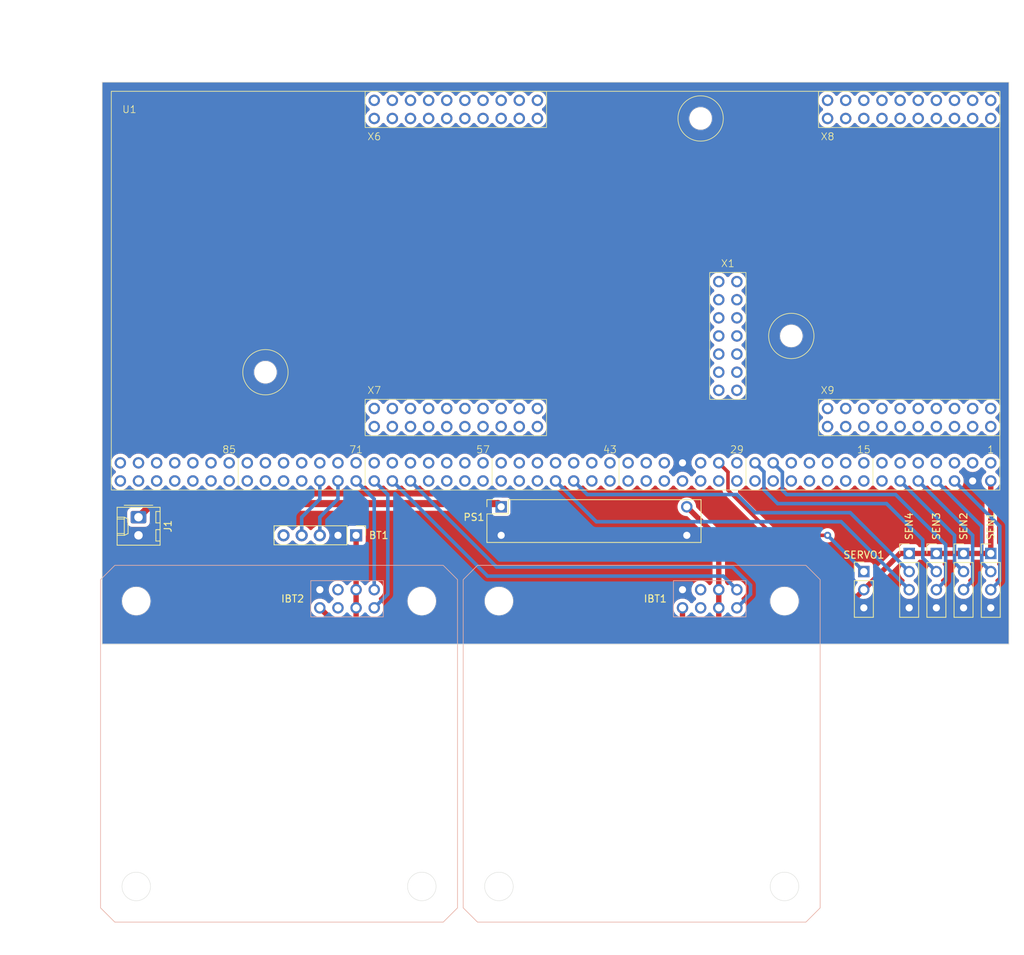
<source format=kicad_pcb>
(kicad_pcb (version 20240108) (generator "pcbnew") (generator_version "8.0")
  (layers (0 "F.Cu" signal) (31 "B.Cu" signal) (34 "B.Paste" user) (35 "F.Paste" user) (36 "B.SilkS" user "B.Silkscreen") (37 "F.SilkS" user "F.Silkscreen") (38 "B.Mask" user) (39 "F.Mask" user) (44 "Edge.Cuts" user))
  (net 0 "")
  (net 1 "GND")
  (net 2 "/TRIG1")
  (net 3 "/ECHO1")
  (net 4 "/TRIG2")
  (net 5 "/ECHO2")
  (net 6 "/TRIG3")
  (net 7 "/ECHO3")
  (net 8 "/TRIG4")
  (net 9 "/ECHO4")
  (net 10 "+12V")
  (net 11 "+5V")
  (net 12 "/TX0")
  (net 13 "+3.3V")
  (net 14 "/RX0")
  (net 19 "/LPWM1")
  (net 20 "/RPWM1")
  (net 21 "/LPWM2")
  (net 22 "/RPWM2")
  (net 23 "/SERVO1")
  (footprint "Connector_PinHeader_2.54mm:PinHeader_2x02_P2.54mm_Vertical" (layer "F.Cu") (at 55.88 59.5)
    (property "Reference" "PS1" (at -3.81 1.46 0) (layer "F.SilkS"))
    (property "Value" "REGULADOR")
    (fp_line (start -2 -1) (end -1 -1) (stroke (width 0.12)) (layer "F.SilkS"))
    (fp_line (start -2 0) (end -2 -1) (stroke (width 0.12)) (layer "F.SilkS"))
    (fp_line (start -2 1) (end -2 5) (stroke (width 0.12)) (layer "F.SilkS"))
    (fp_line (start -2 1) (end 1 1) (stroke (width 0.12)) (layer "F.SilkS"))
    (fp_line (start -2 5) (end 28 5) (stroke (width 0.12)) (layer "F.SilkS"))
    (fp_line (start 1 -1) (end 28 -1) (stroke (width 0.12)) (layer "F.SilkS"))
    (fp_line (start 1 1) (end 1 -1) (stroke (width 0.12)) (layer "F.SilkS"))
    (fp_line (start 28 -1) (end 28 5) (stroke (width 0.12)) (layer "F.SilkS"))
    (pad "1" thru_hole rect (at 0 0) (size 1.6 1.6) (drill 1) (layers "*.Cu" "*.Mask") (net 10 "+12V"))
    (pad "2" thru_hole oval (at 0 4) (size 1.6 1.6) (drill 1) (layers "*.Cu" "*.Mask") (net 1 "GND"))
    (pad "3" thru_hole oval (at 26 0) (size 1.6 1.6) (drill 1) (layers "*.Cu" "*.Mask") (net 11 "+5V"))
    (pad "4" thru_hole oval (at 26 4) (size 1.6 1.6) (drill 1) (layers "*.Cu" "*.Mask") (net 1 "GND"))
  )
  (footprint "Connector_Molex:Molex_KK-254_AE-6410-02A_1x02_P2.54mm_Vertical" (layer "F.Cu") (at 5.08 60.96 -90)
    (property "Reference" "J1" (at 1.27 -4.12 90) (layer "F.SilkS"))
    (property "Value" "12V")
    (fp_line (start -1.38 2.99) (end 3.92 2.99) (stroke (width 0.12)) (layer "F.SilkS"))
    (fp_line (start 0 2.99) (end 0 1.99) (stroke (width 0.12)) (layer "F.SilkS"))
    (fp_line (start 0.25 2.99) (end 0.25 1.99) (stroke (width 0.12)) (layer "F.SilkS"))
    (fp_line (start 2.29 2.99) (end 2.29 1.99) (stroke (width 0.12)) (layer "F.SilkS"))
    (fp_line (start 3.92 2.99) (end 3.92 -3.03) (stroke (width 0.12)) (layer "F.SilkS"))
    (fp_line (start 0 1.99) (end 2.54 1.99) (stroke (width 0.12)) (layer "F.SilkS"))
    (fp_line (start 0 1.99) (end 0.25 1.46) (stroke (width 0.12)) (layer "F.SilkS"))
    (fp_line (start 2.54 1.99) (end 2.54 2.99) (stroke (width 0.12)) (layer "F.SilkS"))
    (fp_line (start 0.25 1.46) (end 2.29 1.46) (stroke (width 0.12)) (layer "F.SilkS"))
    (fp_line (start 2.29 1.46) (end 2.54 1.99) (stroke (width 0.12)) (layer "F.SilkS"))
    (fp_line (start -1.67 -2) (end -1.67 2) (stroke (width 0.12)) (layer "F.SilkS"))
    (fp_line (start -0.8 -2.43) (end 0.8 -2.43) (stroke (width 0.12)) (layer "F.SilkS"))
    (fp_line (start 0.8 -2.43) (end 0.8 -3.03) (stroke (width 0.12)) (layer "F.SilkS"))
    (fp_line (start 1.74 -2.43) (end 3.34 -2.43) (stroke (width 0.12)) (layer "F.SilkS"))
    (fp_line (start 3.34 -2.43) (end 3.34 -3.03) (stroke (width 0.12)) (layer "F.SilkS"))
    (fp_line (start -1.38 -3.03) (end -1.38 2.99) (stroke (width 0.12)) (layer "F.SilkS"))
    (fp_line (start -0.8 -3.03) (end -0.8 -2.43) (stroke (width 0.12)) (layer "F.SilkS"))
    (fp_line (start 1.74 -3.03) (end 1.74 -2.43) (stroke (width 0.12)) (layer "F.SilkS"))
    (fp_line (start 3.92 -3.03) (end -1.38 -3.03) (stroke (width 0.12)) (layer "F.SilkS"))
    (pad "1" thru_hole roundrect (at 0 0 270) (size 1.74 2.19) (drill 1.19) (layers "*.Cu" "*.Mask") (roundrect_rratio 0.143678) (net 10 "+12V"))
    (pad "2" thru_hole oval (at 2.54 0 270) (size 1.74 2.19) (drill 1.19) (layers "*.Cu" "*.Mask") (net 1 "GND"))
  )
  (footprint "Connector_PinHeader_2.54mm:PinHeader_1x03_P2.54mm_Vertical" (layer "F.Cu") (at 106.68 68.58)
    (property "Reference" "SERVO1" (at 0 -2.33 0) (layer "F.SilkS"))
    (property "Value" "Conn_01x03")
    (fp_line (start -1.33 -1.33) (end 0 -1.33) (stroke (width 0.12)) (layer "F.SilkS"))
    (fp_line (start -1.33 0) (end -1.33 -1.33) (stroke (width 0.12)) (layer "F.SilkS"))
    (fp_line (start -1.33 1.27) (end -1.33 6.41) (stroke (width 0.12)) (layer "F.SilkS"))
    (fp_line (start -1.33 1.27) (end 1.33 1.27) (stroke (width 0.12)) (layer "F.SilkS"))
    (fp_line (start -1.33 6.41) (end 1.33 6.41) (stroke (width 0.12)) (layer "F.SilkS"))
    (fp_line (start 1.33 1.27) (end 1.33 6.41) (stroke (width 0.12)) (layer "F.SilkS"))
    (pad "1" thru_hole rect (at 0 0) (size 1.6 1.6) (drill 1) (layers "*.Cu" "*.Mask") (net 23 "/SERVO1"))
    (pad "2" thru_hole oval (at 0 2.54) (size 1.6 1.6) (drill 1) (layers "*.Cu" "*.Mask") (net 11 "+5V"))
    (pad "3" thru_hole oval (at 0 5.08) (size 1.6 1.6) (drill 1) (layers "*.Cu" "*.Mask") (net 1 "GND"))
  )
  (footprint "LaunchPad:EK-TM4C1294XL-01" (layer "F.Cu") (at 1.27 57.15)
    (property "Reference" "U1" (at 2.54 -53.34 0) (layer "F.SilkS") (effects (font (thickness 0.1))))
    (property "Value" "EK-TM4C1294XL")
    (fp_line (start 17.78 -0.635) (end 17.78 -4.445) (stroke (width 0.1)) (layer "F.SilkS"))
    (fp_line (start 35.56 -0.635) (end 35.56 -4.445) (stroke (width 0.1)) (layer "F.SilkS"))
    (fp_line (start 53.34 -0.635) (end 53.34 -4.445) (stroke (width 0.1)) (layer "F.SilkS"))
    (fp_line (start 71.12 -0.635) (end 71.12 -4.445) (stroke (width 0.1)) (layer "F.SilkS"))
    (fp_line (start 88.9 -0.635) (end 88.9 -4.445) (stroke (width 0.1)) (layer "F.SilkS"))
    (fp_line (start 106.68 -0.635) (end 106.68 -4.445) (stroke (width 0.1)) (layer "F.SilkS"))
    (fp_rect (start 0 -55.88) (end 124.46 0) (stroke (width 0.1)) (fill none) (layer "F.SilkS"))
    (fp_rect (start 35.56 -55.88) (end 60.96 -50.8) (stroke (width 0.1)) (fill none) (layer "F.SilkS"))
    (fp_rect (start 35.56 -12.7) (end 60.96 -7.62) (stroke (width 0.1)) (fill none) (layer "F.SilkS"))
    (fp_rect (start 83.82 -30.48) (end 88.9 -12.7) (stroke (width 0.1)) (fill none) (layer "F.SilkS"))
    (fp_rect (start 99.06 -55.88) (end 124.46 -50.8) (stroke (width 0.1)) (fill none) (layer "F.SilkS"))
    (fp_rect (start 99.06 -12.7) (end 124.46 -7.62) (stroke (width 0.1)) (fill none) (layer "F.SilkS"))
    (fp_circle (center 21.59 -16.51) (end 24.765 -16.51) (stroke (width 0.1)) (fill none) (layer "F.SilkS"))
    (fp_circle (center 82.55 -52.07) (end 85.725 -52.07) (stroke (width 0.1)) (fill none) (layer "F.SilkS"))
    (fp_circle (center 95.25 -21.59) (end 98.425 -21.59) (stroke (width 0.1)) (fill none) (layer "F.SilkS"))
    (fp_circle (center 21.59 -16.51) (end 23.1775 -16.51) (stroke (width 0.05)) (fill none) (layer "Edge.Cuts"))
    (fp_circle (center 82.55 -52.07) (end 84.1375 -52.07) (stroke (width 0.05)) (fill none) (layer "Edge.Cuts"))
    (fp_circle (center 95.25 -21.59) (end 96.8375 -21.59) (stroke (width 0.05)) (fill none) (layer "Edge.Cuts"))
    (fp_text user "57" (at 52.07 -5.08 0) (layer "F.SilkS") (effects (font (thickness 0.1)) (justify bottom)))
    (fp_text user "X1" (at 86.36 -31.75 0) (layer "F.SilkS") (effects (font (thickness 0.1))))
    (fp_text user "1" (at 123.19 -5.08 0) (layer "F.SilkS") (effects (font (thickness 0.1)) (justify bottom)))
    (fp_text user "X7" (at 36.83 -13.97 0) (layer "F.SilkS") (effects (font (thickness 0.1))))
    (fp_text user "71" (at 34.29 -5.08 0) (layer "F.SilkS") (effects (font (thickness 0.1)) (justify bottom)))
    (fp_text user "X9" (at 100.33 -13.97 0) (layer "F.SilkS") (effects (font (thickness 0.1))))
    (fp_text user "X8" (at 100.33 -49.53 0) (layer "F.SilkS") (effects (font (thickness 0.1))))
    (fp_text user "X6" (at 36.83 -49.53 0) (layer "F.SilkS") (effects (font (thickness 0.1))))
    (fp_text user "15" (at 105.41 -5.08 0) (layer "F.SilkS") (effects (font (thickness 0.1)) (justify bottom)))
    (fp_text user "29" (at 87.63 -5.08 0) (layer "F.SilkS") (effects (font (thickness 0.1)) (justify bottom)))
    (fp_text user "43" (at 69.85 -5.08 0) (layer "F.SilkS") (effects (font (thickness 0.1)) (justify bottom)))
    (fp_text user "85" (at 16.51 -5.08 0) (layer "F.SilkS") (effects (font (thickness 0.1)) (justify bottom)))
    (pad "" thru_hole circle (at 36.83 -54.61) (size 1.6 1.6) (drill 1) (layers "*.Cu" "*.Mask"))
    (pad "" thru_hole circle (at 36.83 -52.07) (size 1.6 1.6) (drill 1) (layers "*.Cu" "*.Mask"))
    (pad "" thru_hole circle (at 36.83 -11.43) (size 1.6 1.6) (drill 1) (layers "*.Cu" "*.Mask"))
    (pad "" thru_hole circle (at 36.83 -8.89) (size 1.6 1.6) (drill 1) (layers "*.Cu" "*.Mask"))
    (pad "" thru_hole circle (at 39.37 -54.61) (size 1.6 1.6) (drill 1) (layers "*.Cu" "*.Mask"))
    (pad "" thru_hole circle (at 39.37 -52.07) (size 1.6 1.6) (drill 1) (layers "*.Cu" "*.Mask"))
    (pad "" thru_hole circle (at 39.37 -11.43) (size 1.6 1.6) (drill 1) (layers "*.Cu" "*.Mask"))
    (pad "" thru_hole circle (at 39.37 -8.89) (size 1.6 1.6) (drill 1) (layers "*.Cu" "*.Mask"))
    (pad "" thru_hole circle (at 41.91 -54.61) (size 1.6 1.6) (drill 1) (layers "*.Cu" "*.Mask"))
    (pad "" thru_hole circle (at 41.91 -52.07) (size 1.6 1.6) (drill 1) (layers "*.Cu" "*.Mask"))
    (pad "" thru_hole circle (at 41.91 -11.43) (size 1.6 1.6) (drill 1) (layers "*.Cu" "*.Mask"))
    (pad "" thru_hole circle (at 41.91 -8.89) (size 1.6 1.6) (drill 1) (layers "*.Cu" "*.Mask"))
    (pad "" thru_hole circle (at 44.45 -54.61) (size 1.6 1.6) (drill 1) (layers "*.Cu" "*.Mask"))
    (pad "" thru_hole circle (at 44.45 -52.07) (size 1.6 1.6) (drill 1) (layers "*.Cu" "*.Mask"))
    (pad "" thru_hole circle (at 44.45 -11.43) (size 1.6 1.6) (drill 1) (layers "*.Cu" "*.Mask"))
    (pad "" thru_hole circle (at 44.45 -8.89) (size 1.6 1.6) (drill 1) (layers "*.Cu" "*.Mask"))
    (pad "" thru_hole circle (at 46.99 -54.61) (size 1.6 1.6) (drill 1) (layers "*.Cu" "*.Mask"))
    (pad "" thru_hole circle (at 46.99 -52.07) (size 1.6 1.6) (drill 1) (layers "*.Cu" "*.Mask"))
    (pad "" thru_hole circle (at 46.99 -11.43) (size 1.6 1.6) (drill 1) (layers "*.Cu" "*.Mask"))
    (pad "" thru_hole circle (at 46.99 -8.89) (size 1.6 1.6) (drill 1) (layers "*.Cu" "*.Mask"))
    (pad "" thru_hole circle (at 49.53 -54.61) (size 1.6 1.6) (drill 1) (layers "*.Cu" "*.Mask"))
    (pad "" thru_hole circle (at 49.53 -52.07) (size 1.6 1.6) (drill 1) (layers "*.Cu" "*.Mask"))
    (pad "" thru_hole circle (at 49.53 -11.43) (size 1.6 1.6) (drill 1) (layers "*.Cu" "*.Mask"))
    (pad "" thru_hole circle (at 49.53 -8.89) (size 1.6 1.6) (drill 1) (layers "*.Cu" "*.Mask"))
    (pad "" thru_hole circle (at 52.07 -54.61) (size 1.6 1.6) (drill 1) (layers "*.Cu" "*.Mask"))
    (pad "" thru_hole circle (at 52.07 -52.07) (size 1.6 1.6) (drill 1) (layers "*.Cu" "*.Mask"))
    (pad "" thru_hole circle (at 52.07 -11.43) (size 1.6 1.6) (drill 1) (layers "*.Cu" "*.Mask"))
    (pad "" thru_hole circle (at 52.07 -8.89) (size 1.6 1.6) (drill 1) (layers "*.Cu" "*.Mask"))
    (pad "" thru_hole circle (at 54.61 -54.61) (size 1.6 1.6) (drill 1) (layers "*.Cu" "*.Mask"))
    (pad "" thru_hole circle (at 54.61 -52.07) (size 1.6 1.6) (drill 1) (layers "*.Cu" "*.Mask"))
    (pad "" thru_hole circle (at 54.61 -11.43) (size 1.6 1.6) (drill 1) (layers "*.Cu" "*.Mask"))
    (pad "" thru_hole circle (at 54.61 -8.89) (size 1.6 1.6) (drill 1) (layers "*.Cu" "*.Mask"))
    (pad "" thru_hole circle (at 57.15 -54.61) (size 1.6 1.6) (drill 1) (layers "*.Cu" "*.Mask"))
    (pad "" thru_hole circle (at 57.15 -52.07) (size 1.6 1.6) (drill 1) (layers "*.Cu" "*.Mask"))
    (pad "" thru_hole circle (at 57.15 -11.43) (size 1.6 1.6) (drill 1) (layers "*.Cu" "*.Mask"))
    (pad "" thru_hole circle (at 57.15 -8.89) (size 1.6 1.6) (drill 1) (layers "*.Cu" "*.Mask"))
    (pad "" thru_hole circle (at 59.69 -54.61) (size 1.6 1.6) (drill 1) (layers "*.Cu" "*.Mask"))
    (pad "" thru_hole circle (at 59.69 -52.07) (size 1.6 1.6) (drill 1) (layers "*.Cu" "*.Mask"))
    (pad "" thru_hole circle (at 59.69 -11.43) (size 1.6 1.6) (drill 1) (layers "*.Cu" "*.Mask"))
    (pad "" thru_hole circle (at 59.69 -8.89) (size 1.6 1.6) (drill 1) (layers "*.Cu" "*.Mask"))
    (pad "" thru_hole circle (at 85.09 -29.21) (size 1.6 1.6) (drill 1) (layers "*.Cu" "*.Mask"))
    (pad "" thru_hole circle (at 85.09 -26.67) (size 1.6 1.6) (drill 1) (layers "*.Cu" "*.Mask"))
    (pad "" thru_hole circle (at 85.09 -24.13) (size 1.6 1.6) (drill 1) (layers "*.Cu" "*.Mask"))
    (pad "" thru_hole circle (at 85.09 -21.59) (size 1.6 1.6) (drill 1) (layers "*.Cu" "*.Mask"))
    (pad "" thru_hole circle (at 85.09 -19.05) (size 1.6 1.6) (drill 1) (layers "*.Cu" "*.Mask"))
    (pad "" thru_hole circle (at 85.09 -16.51) (size 1.6 1.6) (drill 1) (layers "*.Cu" "*.Mask"))
    (pad "" thru_hole circle (at 85.09 -13.97) (size 1.6 1.6) (drill 1) (layers "*.Cu" "*.Mask"))
    (pad "" thru_hole circle (at 87.63 -29.21) (size 1.6 1.6) (drill 1) (layers "*.Cu" "*.Mask"))
    (pad "" thru_hole circle (at 87.63 -26.67) (size 1.6 1.6) (drill 1) (layers "*.Cu" "*.Mask"))
    (pad "" thru_hole circle (at 87.63 -24.13) (size 1.6 1.6) (drill 1) (layers "*.Cu" "*.Mask"))
    (pad "" thru_hole circle (at 87.63 -21.59) (size 1.6 1.6) (drill 1) (layers "*.Cu" "*.Mask"))
    (pad "" thru_hole circle (at 87.63 -19.05) (size 1.6 1.6) (drill 1) (layers "*.Cu" "*.Mask"))
    (pad "" thru_hole circle (at 87.63 -16.51) (size 1.6 1.6) (drill 1) (layers "*.Cu" "*.Mask"))
    (pad "" thru_hole circle (at 87.63 -13.97) (size 1.6 1.6) (drill 1) (layers "*.Cu" "*.Mask"))
    (pad "" thru_hole circle (at 100.33 -54.61) (size 1.6 1.6) (drill 1) (layers "*.Cu" "*.Mask"))
    (pad "" thru_hole circle (at 100.33 -52.07) (size 1.6 1.6) (drill 1) (layers "*.Cu" "*.Mask"))
    (pad "" thru_hole circle (at 100.33 -11.43) (size 1.6 1.6) (drill 1) (layers "*.Cu" "*.Mask"))
    (pad "" thru_hole circle (at 100.33 -8.89) (size 1.6 1.6) (drill 1) (layers "*.Cu" "*.Mask"))
    (pad "" thru_hole circle (at 102.87 -54.61) (size 1.6 1.6) (drill 1) (layers "*.Cu" "*.Mask"))
    (pad "" thru_hole circle (at 102.87 -52.07) (size 1.6 1.6) (drill 1) (layers "*.Cu" "*.Mask"))
    (pad "" thru_hole circle (at 102.87 -11.43) (size 1.6 1.6) (drill 1) (layers "*.Cu" "*.Mask"))
    (pad "" thru_hole circle (at 102.87 -8.89) (size 1.6 1.6) (drill 1) (layers "*.Cu" "*.Mask"))
    (pad "" thru_hole circle (at 105.41 -54.61) (size 1.6 1.6) (drill 1) (layers "*.Cu" "*.Mask"))
    (pad "" thru_hole circle (at 105.41 -52.07) (size 1.6 1.6) (drill 1) (layers "*.Cu" "*.Mask"))
    (pad "" thru_hole circle (at 105.41 -11.43) (size 1.6 1.6) (drill 1) (layers "*.Cu" "*.Mask"))
    (pad "" thru_hole circle (at 105.41 -8.89) (size 1.6 1.6) (drill 1) (layers "*.Cu" "*.Mask"))
    (pad "" thru_hole circle (at 107.95 -54.61) (size 1.6 1.6) (drill 1) (layers "*.Cu" "*.Mask"))
    (pad "" thru_hole circle (at 107.95 -52.07) (size 1.6 1.6) (drill 1) (layers "*.Cu" "*.Mask"))
    (pad "" thru_hole circle (at 107.95 -11.43) (size 1.6 1.6) (drill 1) (layers "*.Cu" "*.Mask"))
    (pad "" thru_hole circle (at 107.95 -8.89) (size 1.6 1.6) (drill 1) (layers "*.Cu" "*.Mask"))
    (pad "" thru_hole circle (at 110.49 -54.61) (size 1.6 1.6) (drill 1) (layers "*.Cu" "*.Mask"))
    (pad "" thru_hole circle (at 110.49 -52.07) (size 1.6 1.6) (drill 1) (layers "*.Cu" "*.Mask"))
    (pad "" thru_hole circle (at 110.49 -11.43) (size 1.6 1.6) (drill 1) (layers "*.Cu" "*.Mask"))
    (pad "" thru_hole circle (at 110.49 -8.89) (size 1.6 1.6) (drill 1) (layers "*.Cu" "*.Mask"))
    (pad "" thru_hole circle (at 113.03 -54.61) (size 1.6 1.6) (drill 1) (layers "*.Cu" "*.Mask"))
    (pad "" thru_hole circle (at 113.03 -52.07) (size 1.6 1.6) (drill 1) (layers "*.Cu" "*.Mask"))
    (pad "" thru_hole circle (at 113.03 -11.43) (size 1.6 1.6) (drill 1) (layers "*.Cu" "*.Mask"))
    (pad "" thru_hole circle (at 113.03 -8.89) (size 1.6 1.6) (drill 1) (layers "*.Cu" "*.Mask"))
    (pad "" thru_hole circle (at 115.57 -54.61) (size 1.6 1.6) (drill 1) (layers "*.Cu" "*.Mask"))
    (pad "" thru_hole circle (at 115.57 -52.07) (size 1.6 1.6) (drill 1) (layers "*.Cu" "*.Mask"))
    (pad "" thru_hole circle (at 115.57 -11.43) (size 1.6 1.6) (drill 1) (layers "*.Cu" "*.Mask"))
    (pad "" thru_hole circle (at 115.57 -8.89) (size 1.6 1.6) (drill 1) (layers "*.Cu" "*.Mask"))
    (pad "" thru_hole circle (at 118.11 -54.61) (size 1.6 1.6) (drill 1) (layers "*.Cu" "*.Mask"))
    (pad "" thru_hole circle (at 118.11 -52.07) (size 1.6 1.6) (drill 1) (layers "*.Cu" "*.Mask"))
    (pad "" thru_hole circle (at 118.11 -11.43) (size 1.6 1.6) (drill 1) (layers "*.Cu" "*.Mask"))
    (pad "" thru_hole circle (at 118.11 -8.89) (size 1.6 1.6) (drill 1) (layers "*.Cu" "*.Mask"))
    (pad "" thru_hole circle (at 120.65 -54.61) (size 1.6 1.6) (drill 1) (layers "*.Cu" "*.Mask"))
    (pad "" thru_hole circle (at 120.65 -52.07) (size 1.6 1.6) (drill 1) (layers "*.Cu" "*.Mask"))
    (pad "" thru_hole circle (at 120.65 -11.43) (size 1.6 1.6) (drill 1) (layers "*.Cu" "*.Mask"))
    (pad "" thru_hole circle (at 120.65 -8.89) (size 1.6 1.6) (drill 1) (layers "*.Cu" "*.Mask"))
    (pad "" thru_hole circle (at 123.19 -54.61) (size 1.6 1.6) (drill 1) (layers "*.Cu" "*.Mask"))
    (pad "" thru_hole circle (at 123.19 -52.07) (size 1.6 1.6) (drill 1) (layers "*.Cu" "*.Mask"))
    (pad "" thru_hole circle (at 123.19 -11.43) (size 1.6 1.6) (drill 1) (layers "*.Cu" "*.Mask"))
    (pad "" thru_hole circle (at 123.19 -8.89) (size 1.6 1.6) (drill 1) (layers "*.Cu" "*.Mask"))
    (pad "1" thru_hole circle (at 123.19 -3.81) (size 1.6 1.6) (drill 1) (layers "*.Cu" "*.Mask") (net 13 "+3.3V"))
    (pad "2" thru_hole circle (at 123.19 -1.27) (size 1.6 1.6) (drill 1) (layers "*.Cu" "*.Mask") (net 11 "+5V"))
    (pad "3" thru_hole circle (at 120.65 -3.81) (size 1.6 1.6) (drill 1) (layers "*.Cu" "*.Mask"))
    (pad "4" thru_hole circle (at 120.65 -1.27) (size 1.6 1.6) (drill 1) (layers "*.Cu" "*.Mask") (net 1 "GND"))
    (pad "5" thru_hole circle (at 118.11 -3.81) (size 1.6 1.6) (drill 1) (layers "*.Cu" "*.Mask"))
    (pad "6" thru_hole circle (at 118.11 -1.27) (size 1.6 1.6) (drill 1) (layers "*.Cu" "*.Mask") (net 3 "/ECHO1"))
    (pad "7" thru_hole circle (at 115.57 -3.81) (size 1.6 1.6) (drill 1) (layers "*.Cu" "*.Mask"))
    (pad "8" thru_hole circle (at 115.57 -1.27) (size 1.6 1.6) (drill 1) (layers "*.Cu" "*.Mask") (net 2 "/TRIG1"))
    (pad "9" thru_hole circle (at 113.03 -3.81) (size 1.6 1.6) (drill 1) (layers "*.Cu" "*.Mask"))
    (pad "10" thru_hole circle (at 113.03 -1.27) (size 1.6 1.6) (drill 1) (layers "*.Cu" "*.Mask") (net 5 "/ECHO2"))
    (pad "11" thru_hole circle (at 110.49 -3.81) (size 1.6 1.6) (drill 1) (layers "*.Cu" "*.Mask"))
    (pad "12" thru_hole circle (at 110.49 -1.27) (size 1.6 1.6) (drill 1) (layers "*.Cu" "*.Mask") (net 4 "/TRIG2"))
    (pad "13" thru_hole circle (at 107.95 -3.81) (size 1.6 1.6) (drill 1) (layers "*.Cu" "*.Mask"))
    (pad "14" thru_hole circle (at 107.95 -1.27) (size 1.6 1.6) (drill 1) (layers "*.Cu" "*.Mask"))
    (pad "15" thru_hole circle (at 105.41 -3.81) (size 1.6 1.6) (drill 1) (layers "*.Cu" "*.Mask"))
    (pad "16" thru_hole circle (at 105.41 -1.27) (size 1.6 1.6) (drill 1) (layers "*.Cu" "*.Mask"))
    (pad "17" thru_hole circle (at 102.87 -3.81) (size 1.6 1.6) (drill 1) (layers "*.Cu" "*.Mask"))
    (pad "18" thru_hole circle (at 102.87 -1.27) (size 1.6 1.6) (drill 1) (layers "*.Cu" "*.Mask"))
    (pad "19" thru_hole circle (at 100.33 -3.81) (size 1.6 1.6) (drill 1) (layers "*.Cu" "*.Mask"))
    (pad "20" thru_hole circle (at 100.33 -1.27) (size 1.6 1.6) (drill 1) (layers "*.Cu" "*.Mask"))
    (pad "21" thru_hole circle (at 97.79 -3.81) (size 1.6 1.6) (drill 1) (layers "*.Cu" "*.Mask"))
    (pad "22" thru_hole circle (at 97.79 -1.27) (size 1.6 1.6) (drill 1) (layers "*.Cu" "*.Mask"))
    (pad "23" thru_hole circle (at 95.25 -3.81) (size 1.6 1.6) (drill 1) (layers "*.Cu" "*.Mask"))
    (pad "24" thru_hole circle (at 95.25 -1.27) (size 1.6 1.6) (drill 1) (layers "*.Cu" "*.Mask"))
    (pad "25" thru_hole circle (at 92.71 -3.81) (size 1.6 1.6) (drill 1) (layers "*.Cu" "*.Mask") (net 7 "/ECHO3"))
    (pad "26" thru_hole circle (at 92.71 -1.27) (size 1.6 1.6) (drill 1) (layers "*.Cu" "*.Mask"))
    (pad "27" thru_hole circle (at 90.17 -3.81) (size 1.6 1.6) (drill 1) (layers "*.Cu" "*.Mask") (net 6 "/TRIG3"))
    (pad "28" thru_hole circle (at 90.17 -1.27) (size 1.6 1.6) (drill 1) (layers "*.Cu" "*.Mask"))
    (pad "29" thru_hole circle (at 87.63 -3.81) (size 1.6 1.6) (drill 1) (layers "*.Cu" "*.Mask"))
    (pad "30" thru_hole circle (at 87.63 -1.27) (size 1.6 1.6) (drill 1) (layers "*.Cu" "*.Mask"))
    (pad "31" thru_hole circle (at 85.09 -3.81) (size 1.6 1.6) (drill 1) (layers "*.Cu" "*.Mask") (net 23 "/SERVO1"))
    (pad "32" thru_hole circle (at 85.09 -1.27) (size 1.6 1.6) (drill 1) (layers "*.Cu" "*.Mask"))
    (pad "33" thru_hole circle (at 82.55 -3.81) (size 1.6 1.6) (drill 1) (layers "*.Cu" "*.Mask"))
    (pad "34" thru_hole circle (at 82.55 -1.27) (size 1.6 1.6) (drill 1) (layers "*.Cu" "*.Mask"))
    (pad "35" thru_hole circle (at 80.01 -3.81) (size 1.6 1.6) (drill 1) (layers "*.Cu" "*.Mask") (net 1 "GND"))
    (pad "36" thru_hole circle (at 80.01 -1.27) (size 1.6 1.6) (drill 1) (layers "*.Cu" "*.Mask"))
    (pad "37" thru_hole circle (at 77.47 -3.81) (size 1.6 1.6) (drill 1) (layers "*.Cu" "*.Mask"))
    (pad "38" thru_hole circle (at 77.47 -1.27) (size 1.6 1.6) (drill 1) (layers "*.Cu" "*.Mask"))
    (pad "39" thru_hole circle (at 74.93 -3.81) (size 1.6 1.6) (drill 1) (layers "*.Cu" "*.Mask"))
    (pad "40" thru_hole circle (at 74.93 -1.27) (size 1.6 1.6) (drill 1) (layers "*.Cu" "*.Mask"))
    (pad "41" thru_hole circle (at 72.39 -3.81) (size 1.6 1.6) (drill 1) (layers "*.Cu" "*.Mask"))
    (pad "42" thru_hole circle (at 72.39 -1.27) (size 1.6 1.6) (drill 1) (layers "*.Cu" "*.Mask"))
    (pad "43" thru_hole circle (at 69.85 -3.81) (size 1.6 1.6) (drill 1) (layers "*.Cu" "*.Mask"))
    (pad "44" thru_hole circle (at 69.85 -1.27) (size 1.6 1.6) (drill 1) (layers "*.Cu" "*.Mask"))
    (pad "45" thru_hole circle (at 67.31 -3.81) (size 1.6 1.6) (drill 1) (layers "*.Cu" "*.Mask"))
    (pad "46" thru_hole circle (at 67.31 -1.27) (size 1.6 1.6) (drill 1) (layers "*.Cu" "*.Mask"))
    (pad "47" thru_hole circle (at 64.77 -3.81) (size 1.6 1.6) (drill 1) (layers "*.Cu" "*.Mask"))
    (pad "48" thru_hole circle (at 64.77 -1.27) (size 1.6 1.6) (drill 1) (layers "*.Cu" "*.Mask") (net 8 "/TRIG4"))
    (pad "49" thru_hole circle (at 62.23 -3.81) (size 1.6 1.6) (drill 1) (layers "*.Cu" "*.Mask"))
    (pad "50" thru_hole circle (at 62.23 -1.27) (size 1.6 1.6) (drill 1) (layers "*.Cu" "*.Mask") (net 9 "/ECHO4"))
    (pad "51" thru_hole circle (at 59.69 -3.81) (size 1.6 1.6) (drill 1) (layers "*.Cu" "*.Mask"))
    (pad "52" thru_hole circle (at 59.69 -1.27) (size 1.6 1.6) (drill 1) (layers "*.Cu" "*.Mask"))
    (pad "53" thru_hole circle (at 57.15 -3.81) (size 1.6 1.6) (drill 1) (layers "*.Cu" "*.Mask"))
    (pad "54" thru_hole circle (at 57.15 -1.27) (size 1.6 1.6) (drill 1) (layers "*.Cu" "*.Mask"))
    (pad "55" thru_hole circle (at 54.61 -3.81) (size 1.6 1.6) (drill 1) (layers "*.Cu" "*.Mask"))
    (pad "56" thru_hole circle (at 54.61 -1.27) (size 1.6 1.6) (drill 1) (layers "*.Cu" "*.Mask"))
    (pad "57" thru_hole circle (at 52.07 -3.81) (size 1.6 1.6) (drill 1) (layers "*.Cu" "*.Mask"))
    (pad "58" thru_hole circle (at 52.07 -1.27) (size 1.6 1.6) (drill 1) (layers "*.Cu" "*.Mask"))
    (pad "59" thru_hole circle (at 49.53 -3.81) (size 1.6 1.6) (drill 1) (layers "*.Cu" "*.Mask"))
    (pad "60" thru_hole circle (at 49.53 -1.27) (size 1.6 1.6) (drill 1) (layers "*.Cu" "*.Mask"))
    (pad "61" thru_hole circle (at 46.99 -3.81) (size 1.6 1.6) (drill 1) (layers "*.Cu" "*.Mask"))
    (pad "62" thru_hole circle (at 46.99 -1.27) (size 1.6 1.6) (drill 1) (layers "*.Cu" "*.Mask"))
    (pad "63" thru_hole circle (at 44.45 -3.81) (size 1.6 1.6) (drill 1) (layers "*.Cu" "*.Mask"))
    (pad "64" thru_hole circle (at 44.45 -1.27) (size 1.6 1.6) (drill 1) (layers "*.Cu" "*.Mask"))
    (pad "65" thru_hole circle (at 41.91 -3.81) (size 1.6 1.6) (drill 1) (layers "*.Cu" "*.Mask"))
    (pad "66" thru_hole circle (at 41.91 -1.27) (size 1.6 1.6) (drill 1) (layers "*.Cu" "*.Mask") (net 20 "/RPWM1"))
    (pad "67" thru_hole circle (at 39.37 -3.81) (size 1.6 1.6) (drill 1) (layers "*.Cu" "*.Mask"))
    (pad "68" thru_hole circle (at 39.37 -1.27) (size 1.6 1.6) (drill 1) (layers "*.Cu" "*.Mask") (net 19 "/LPWM1"))
    (pad "69" thru_hole circle (at 36.83 -3.81) (size 1.6 1.6) (drill 1) (layers "*.Cu" "*.Mask"))
    (pad "70" thru_hole circle (at 36.83 -1.27) (size 1.6 1.6) (drill 1) (layers "*.Cu" "*.Mask") (net 22 "/RPWM2"))
    (pad "71" thru_hole circle (at 34.29 -3.81) (size 1.6 1.6) (drill 1) (layers "*.Cu" "*.Mask"))
    (pad "72" thru_hole circle (at 34.29 -1.27) (size 1.6 1.6) (drill 1) (layers "*.Cu" "*.Mask") (net 21 "/LPWM2"))
    (pad "73" thru_hole circle (at 31.75 -3.81) (size 1.6 1.6) (drill 1) (layers "*.Cu" "*.Mask"))
    (pad "74" thru_hole circle (at 31.75 -1.27) (size 1.6 1.6) (drill 1) (layers "*.Cu" "*.Mask") (net 14 "/RX0"))
    (pad "75" thru_hole circle (at 29.21 -3.81) (size 1.6 1.6) (drill 1) (layers "*.Cu" "*.Mask"))
    (pad "76" thru_hole circle (at 29.21 -1.27) (size 1.6 1.6) (drill 1) (layers "*.Cu" "*.Mask") (net 12 "/TX0"))
    (pad "77" thru_hole circle (at 26.67 -3.81) (size 1.6 1.6) (drill 1) (layers "*.Cu" "*.Mask"))
    (pad "78" thru_hole circle (at 26.67 -1.27) (size 1.6 1.6) (drill 1) (layers "*.Cu" "*.Mask"))
    (pad "79" thru_hole circle (at 24.13 -3.81) (size 1.6 1.6) (drill 1) (layers "*.Cu" "*.Mask"))
    (pad "80" thru_hole circle (at 24.13 -1.27) (size 1.6 1.6) (drill 1) (layers "*.Cu" "*.Mask"))
    (pad "81" thru_hole circle (at 21.59 -3.81) (size 1.6 1.6) (drill 1) (layers "*.Cu" "*.Mask"))
    (pad "82" thru_hole circle (at 21.59 -1.27) (size 1.6 1.6) (drill 1) (layers "*.Cu" "*.Mask"))
    (pad "83" thru_hole circle (at 19.05 -3.81) (size 1.6 1.6) (drill 1) (layers "*.Cu" "*.Mask"))
    (pad "84" thru_hole circle (at 19.05 -1.27) (size 1.6 1.6) (drill 1) (layers "*.Cu" "*.Mask"))
    (pad "85" thru_hole circle (at 16.51 -3.81) (size 1.6 1.6) (drill 1) (layers "*.Cu" "*.Mask"))
    (pad "86" thru_hole circle (at 16.51 -1.27) (size 1.6 1.6) (drill 1) (layers "*.Cu" "*.Mask"))
    (pad "87" thru_hole circle (at 13.97 -3.81) (size 1.6 1.6) (drill 1) (layers "*.Cu" "*.Mask"))
    (pad "88" thru_hole circle (at 13.97 -1.27) (size 1.6 1.6) (drill 1) (layers "*.Cu" "*.Mask"))
    (pad "89" thru_hole circle (at 11.43 -3.81) (size 1.6 1.6) (drill 1) (layers "*.Cu" "*.Mask"))
    (pad "90" thru_hole circle (at 11.43 -1.27) (size 1.6 1.6) (drill 1) (layers "*.Cu" "*.Mask"))
    (pad "91" thru_hole circle (at 8.89 -3.81) (size 1.6 1.6) (drill 1) (layers "*.Cu" "*.Mask"))
    (pad "92" thru_hole circle (at 8.89 -1.27) (size 1.6 1.6) (drill 1) (layers "*.Cu" "*.Mask"))
    (pad "93" thru_hole circle (at 6.35 -3.81) (size 1.6 1.6) (drill 1) (layers "*.Cu" "*.Mask"))
    (pad "94" thru_hole circle (at 6.35 -1.27) (size 1.6 1.6) (drill 1) (layers "*.Cu" "*.Mask"))
    (pad "95" thru_hole circle (at 3.81 -3.81) (size 1.6 1.6) (drill 1) (layers "*.Cu" "*.Mask"))
    (pad "96" thru_hole circle (at 3.81 -1.27) (size 1.6 1.6) (drill 1) (layers "*.Cu" "*.Mask"))
    (pad "97" thru_hole circle (at 1.27 -3.81) (size 1.6 1.6) (drill 1) (layers "*.Cu" "*.Mask"))
    (pad "98" thru_hole circle (at 1.27 -1.27) (size 1.6 1.6) (drill 1) (layers "*.Cu" "*.Mask"))
  )
  (footprint "Connector_PinHeader_2.54mm:PinHeader_1x04_P2.54mm_Vertical" (layer "F.Cu") (at 120.65 66.04)
    (property "Reference" "SEN2" (at 0 -3.81 90) (layer "F.SilkS"))
    (property "Value" "Conn_01x04")
    (fp_line (start -1.33 -1.33) (end 0 -1.33) (stroke (width 0.12)) (layer "F.SilkS"))
    (fp_line (start -1.33 0) (end -1.33 -1.33) (stroke (width 0.12)) (layer "F.SilkS"))
    (fp_line (start -1.33 1.27) (end -1.33 8.95) (stroke (width 0.12)) (layer "F.SilkS"))
    (fp_line (start -1.33 1.27) (end 1.33 1.27) (stroke (width 0.12)) (layer "F.SilkS"))
    (fp_line (start -1.33 8.95) (end 1.33 8.95) (stroke (width 0.12)) (layer "F.SilkS"))
    (fp_line (start 1.33 1.27) (end 1.33 8.95) (stroke (width 0.12)) (layer "F.SilkS"))
    (pad "1" thru_hole rect (at 0 0) (size 1.6 1.6) (drill 1) (layers "*.Cu" "*.Mask") (net 11 "+5V"))
    (pad "2" thru_hole oval (at 0 2.54) (size 1.6 1.6) (drill 1) (layers "*.Cu" "*.Mask") (net 4 "/TRIG2"))
    (pad "3" thru_hole oval (at 0 5.08) (size 1.6 1.6) (drill 1) (layers "*.Cu" "*.Mask") (net 5 "/ECHO2"))
    (pad "4" thru_hole oval (at 0 7.62) (size 1.6 1.6) (drill 1) (layers "*.Cu" "*.Mask") (net 1 "GND"))
  )
  (footprint "Connector_PinHeader_2.54mm:PinHeader_1x04_P2.54mm_Vertical" (layer "F.Cu") (at 113.03 66.04)
    (property "Reference" "SEN4" (at 0 -3.81 90) (layer "F.SilkS"))
    (property "Value" "Conn_01x04")
    (fp_line (start -1.33 -1.33) (end 0 -1.33) (stroke (width 0.12)) (layer "F.SilkS"))
    (fp_line (start -1.33 0) (end -1.33 -1.33) (stroke (width 0.12)) (layer "F.SilkS"))
    (fp_line (start -1.33 1.27) (end -1.33 8.95) (stroke (width 0.12)) (layer "F.SilkS"))
    (fp_line (start -1.33 1.27) (end 1.33 1.27) (stroke (width 0.12)) (layer "F.SilkS"))
    (fp_line (start -1.33 8.95) (end 1.33 8.95) (stroke (width 0.12)) (layer "F.SilkS"))
    (fp_line (start 1.33 1.27) (end 1.33 8.95) (stroke (width 0.12)) (layer "F.SilkS"))
    (pad "1" thru_hole rect (at 0 0) (size 1.6 1.6) (drill 1) (layers "*.Cu" "*.Mask") (net 11 "+5V"))
    (pad "2" thru_hole oval (at 0 2.54) (size 1.6 1.6) (drill 1) (layers "*.Cu" "*.Mask") (net 8 "/TRIG4"))
    (pad "3" thru_hole oval (at 0 5.08) (size 1.6 1.6) (drill 1) (layers "*.Cu" "*.Mask") (net 9 "/ECHO4"))
    (pad "4" thru_hole oval (at 0 7.62) (size 1.6 1.6) (drill 1) (layers "*.Cu" "*.Mask") (net 1 "GND"))
  )
  (footprint "Connector_PinHeader_2.54mm:PinHeader_1x04_P2.54mm_Vertical" (layer "F.Cu") (at 124.46 66.04)
    (property "Reference" "SEN1" (at 0 -3.81 90) (layer "F.SilkS"))
    (property "Value" "Conn_01x04")
    (fp_line (start -1.33 -1.33) (end 0 -1.33) (stroke (width 0.12)) (layer "F.SilkS"))
    (fp_line (start -1.33 0) (end -1.33 -1.33) (stroke (width 0.12)) (layer "F.SilkS"))
    (fp_line (start -1.33 1.27) (end -1.33 8.95) (stroke (width 0.12)) (layer "F.SilkS"))
    (fp_line (start -1.33 1.27) (end 1.33 1.27) (stroke (width 0.12)) (layer "F.SilkS"))
    (fp_line (start -1.33 8.95) (end 1.33 8.95) (stroke (width 0.12)) (layer "F.SilkS"))
    (fp_line (start 1.33 1.27) (end 1.33 8.95) (stroke (width 0.12)) (layer "F.SilkS"))
    (pad "1" thru_hole rect (at 0 0) (size 1.6 1.6) (drill 1) (layers "*.Cu" "*.Mask") (net 11 "+5V"))
    (pad "2" thru_hole oval (at 0 2.54) (size 1.6 1.6) (drill 1) (layers "*.Cu" "*.Mask") (net 2 "/TRIG1"))
    (pad "3" thru_hole oval (at 0 5.08) (size 1.6 1.6) (drill 1) (layers "*.Cu" "*.Mask") (net 3 "/ECHO1"))
    (pad "4" thru_hole oval (at 0 7.62) (size 1.6 1.6) (drill 1) (layers "*.Cu" "*.Mask") (net 1 "GND"))
  )
  (footprint "Connector_PinHeader_2.54mm:PinHeader_1x04_P2.54mm_Vertical" (layer "F.Cu") (at 116.84 66.04)
    (property "Reference" "SEN3" (at 0 -3.81 90) (layer "F.SilkS"))
    (property "Value" "Conn_01x04")
    (fp_line (start -1.33 -1.33) (end 0 -1.33) (stroke (width 0.12)) (layer "F.SilkS"))
    (fp_line (start -1.33 0) (end -1.33 -1.33) (stroke (width 0.12)) (layer "F.SilkS"))
    (fp_line (start -1.33 1.27) (end -1.33 8.95) (stroke (width 0.12)) (layer "F.SilkS"))
    (fp_line (start -1.33 1.27) (end 1.33 1.27) (stroke (width 0.12)) (layer "F.SilkS"))
    (fp_line (start -1.33 8.95) (end 1.33 8.95) (stroke (width 0.12)) (layer "F.SilkS"))
    (fp_line (start 1.33 1.27) (end 1.33 8.95) (stroke (width 0.12)) (layer "F.SilkS"))
    (pad "1" thru_hole rect (at 0 0) (size 1.6 1.6) (drill 1) (layers "*.Cu" "*.Mask") (net 11 "+5V"))
    (pad "2" thru_hole oval (at 0 2.54) (size 1.6 1.6) (drill 1) (layers "*.Cu" "*.Mask") (net 6 "/TRIG3"))
    (pad "3" thru_hole oval (at 0 5.08) (size 1.6 1.6) (drill 1) (layers "*.Cu" "*.Mask") (net 7 "/ECHO3"))
    (pad "4" thru_hole oval (at 0 7.62) (size 1.6 1.6) (drill 1) (layers "*.Cu" "*.Mask") (net 1 "GND"))
  )
  (footprint "Connector_PinHeader_2.54mm:PinHeader_1x05_P2.54mm_Vertical" (layer "F.Cu") (at 35.56 63.5 -90)
    (property "Reference" "BT1" (at 0 -3.175 180) (layer "F.SilkS"))
    (property "Value" "Conn_01x05")
    (fp_line (start -1.33 11.49) (end 1.33 11.49) (stroke (width 0.12)) (layer "F.SilkS"))
    (fp_line (start -1.33 1.27) (end -1.33 11.49) (stroke (width 0.12)) (layer "F.SilkS"))
    (fp_line (start -1.33 1.27) (end 1.33 1.27) (stroke (width 0.12)) (layer "F.SilkS"))
    (fp_line (start 1.33 1.27) (end 1.33 11.49) (stroke (width 0.12)) (layer "F.SilkS"))
    (fp_line (start -1.33 0) (end -1.33 -1.33) (stroke (width 0.12)) (layer "F.SilkS"))
    (fp_line (start -1.33 -1.33) (end 0 -1.33) (stroke (width 0.12)) (layer "F.SilkS"))
    (pad "1" thru_hole rect (at 0 0 270) (size 1.7 1.7) (drill 1) (layers "*.Cu" "*.Mask") (net 11 "+5V"))
    (pad "2" thru_hole oval (at 0 2.54 270) (size 1.7 1.7) (drill 1) (layers "*.Cu" "*.Mask") (net 1 "GND"))
    (pad "3" thru_hole oval (at 0 5.08 270) (size 1.7 1.7) (drill 1) (layers "*.Cu" "*.Mask") (net 14 "/RX0"))
    (pad "4" thru_hole oval (at 0 7.62 270) (size 1.7 1.7) (drill 1) (layers "*.Cu" "*.Mask") (net 12 "/TX0"))
    (pad "5" thru_hole oval (at 0 10.16 270) (size 1.7 1.7) (drill 1) (layers "*.Cu" "*.Mask"))
  )
  (footprint "LaunchPad:IBT_2-01" (layer "B.Cu") (at 75.565 92.71)
    (property "Reference" "IBT1" (at 1.905 -20.32 0) (layer "F.SilkS"))
    (property "Value" "Conn_02x04_Odd_Even")
    (fp_rect (start 4.445 -17.78) (end 14.605 -22.86) (stroke (width 0.1)) (fill none) (layer "B.SilkS"))
    (fp_poly (pts (xy -25 -23) (xy -25 23) (xy -23 25) (xy 23 25) (xy 25 23) (xy 25 -23) (xy 23 -25) (xy -23 -25)) (stroke (width 0.1)) (fill none) (layer "B.SilkS"))
    (fp_circle (center -20 -20) (end -18 -20) (stroke (width 0.05)) (fill none) (layer "Edge.Cuts"))
    (fp_circle (center -20 20) (end -18 20) (stroke (width 0.05)) (fill none) (layer "Edge.Cuts"))
    (fp_circle (center 20 -20) (end 22 -20) (stroke (width 0.05)) (fill none) (layer "Edge.Cuts"))
    (fp_circle (center 20 20) (end 22 20) (stroke (width 0.05)) (fill none) (layer "Edge.Cuts"))
    (pad "1" thru_hole circle (at 13.335 -19.05) (size 1.6 1.6) (drill 1) (layers "*.Cu" "*.Mask") (net 20 "/RPWM1"))
    (pad "2" thru_hole circle (at 13.335 -21.59) (size 1.6 1.6) (drill 1) (layers "*.Cu" "*.Mask") (net 19 "/LPWM1"))
    (pad "3" thru_hole circle (at 10.795 -19.05) (size 1.6 1.6) (drill 1) (layers "*.Cu" "*.Mask") (net 11 "+5V"))
    (pad "4" thru_hole circle (at 10.795 -21.59) (size 1.6 1.6) (drill 1) (layers "*.Cu" "*.Mask") (net 11 "+5V"))
    (pad "5" thru_hole circle (at 8.255 -19.05) (size 1.6 1.6) (drill 1) (layers "*.Cu" "*.Mask"))
    (pad "6" thru_hole circle (at 8.255 -21.59) (size 1.6 1.6) (drill 1) (layers "*.Cu" "*.Mask"))
    (pad "7" thru_hole circle (at 5.715 -19.05) (size 1.6 1.6) (drill 1) (layers "*.Cu" "*.Mask") (net 11 "+5V"))
    (pad "8" thru_hole circle (at 5.715 -21.59) (size 1.6 1.6) (drill 1) (layers "*.Cu" "*.Mask") (net 1 "GND"))
  )
  (footprint "LaunchPad:IBT_2-01" (layer "B.Cu") (at 24.765 92.71)
    (property "Reference" "IBT2" (at 1.905 -20.32 0) (layer "F.SilkS"))
    (property "Value" "Conn_02x04_Odd_Even")
    (fp_rect (start 4.445 -17.78) (end 14.605 -22.86) (stroke (width 0.1)) (fill none) (layer "B.SilkS"))
    (fp_poly (pts (xy -25 -23) (xy -25 23) (xy -23 25) (xy 23 25) (xy 25 23) (xy 25 -23) (xy 23 -25) (xy -23 -25)) (stroke (width 0.1)) (fill none) (layer "B.SilkS"))
    (fp_circle (center -20 -20) (end -18 -20) (stroke (width 0.05)) (fill none) (layer "Edge.Cuts"))
    (fp_circle (center -20 20) (end -18 20) (stroke (width 0.05)) (fill none) (layer "Edge.Cuts"))
    (fp_circle (center 20 -20) (end 22 -20) (stroke (width 0.05)) (fill none) (layer "Edge.Cuts"))
    (fp_circle (center 20 20) (end 22 20) (stroke (width 0.05)) (fill none) (layer "Edge.Cuts"))
    (pad "1" thru_hole circle (at 13.335 -19.05) (size 1.6 1.6) (drill 1) (layers "*.Cu" "*.Mask") (net 22 "/RPWM2"))
    (pad "2" thru_hole circle (at 13.335 -21.59) (size 1.6 1.6) (drill 1) (layers "*.Cu" "*.Mask") (net 21 "/LPWM2"))
    (pad "3" thru_hole circle (at 10.795 -19.05) (size 1.6 1.6) (drill 1) (layers "*.Cu" "*.Mask") (net 11 "+5V"))
    (pad "4" thru_hole circle (at 10.795 -21.59) (size 1.6 1.6) (drill 1) (layers "*.Cu" "*.Mask") (net 11 "+5V"))
    (pad "5" thru_hole circle (at 8.255 -19.05) (size 1.6 1.6) (drill 1) (layers "*.Cu" "*.Mask"))
    (pad "6" thru_hole circle (at 8.255 -21.59) (size 1.6 1.6) (drill 1) (layers "*.Cu" "*.Mask"))
    (pad "7" thru_hole circle (at 5.715 -19.05) (size 1.6 1.6) (drill 1) (layers "*.Cu" "*.Mask") (net 11 "+5V"))
    (pad "8" thru_hole circle (at 5.715 -21.59) (size 1.6 1.6) (drill 1) (layers "*.Cu" "*.Mask") (net 1 "GND"))
  )
  (gr_rect (start 0 0) (end 127 78.74) (stroke (width 0.1)) (fill none) (layer "Edge.Cuts"))
  (segment (start 106.68 73.66) (end 113.03 73.66) (width 0.5) (layer "F.Cu") (net 1))
  (segment (start 33.02 66.04) (end 30.48 68.58) (width 0.5) (layer "F.Cu") (net 1))
  (segment (start 7.62 63.5) (end 10.16 60.96) (width 1) (layer "F.Cu") (net 1))
  (segment (start 120.65 73.66) (end 116.84 73.66) (width 0.5) (layer "F.Cu") (net 1))
  (segment (start 30.48 68.58) (end 30.48 71.12) (width 0.5) (layer "F.Cu") (net 1))
  (segment (start 33.02 63.5) (end 33.02 66.04) (width 0.5) (layer "F.Cu") (net 1))
  (segment (start 10.16 60.96) (end 53.34 60.96) (width 1) (layer "F.Cu") (net 1))
  (segment (start 124.46 73.66) (end 120.65 73.66) (width 0.5) (layer "F.Cu") (net 1))
  (segment (start 116.84 73.66) (end 113.03 73.66) (width 0.5) (layer "F.Cu") (net 1))
  (segment (start 81.28 64.1) (end 81.88 63.5) (width 0.5) (layer "F.Cu") (net 1))
  (segment (start 81.28 71.12) (end 81.28 64.1) (width 0.5) (layer "F.Cu") (net 1))
  (segment (start 5.08 63.5) (end 7.62 63.5) (width 1) (layer "F.Cu") (net 1))
  (segment (start 53.34 60.96) (end 55.88 63.5) (width 1) (layer "F.Cu") (net 1))
  (segment (start 124.46 68.58) (end 123.19 67.31) (width 0.5) (layer "B.Cu") (net 2))
  (segment (start 123.19 62.23) (end 116.84 55.88) (width 0.5) (layer "B.Cu") (net 2))
  (segment (start 123.19 67.31) (end 123.19 62.23) (width 0.5) (layer "B.Cu") (net 2))
  (segment (start 125.73 69.85) (end 124.46 71.12) (width 0.5) (layer "B.Cu") (net 3))
  (segment (start 119.38 55.88) (end 125.73 62.23) (width 0.5) (layer "B.Cu") (net 3))
  (segment (start 125.73 62.23) (end 125.73 69.85) (width 0.5) (layer "B.Cu") (net 3))
  (segment (start 119.38 63.5) (end 111.76 55.88) (width 0.5) (layer "B.Cu") (net 4))
  (segment (start 120.65 68.58) (end 119.38 67.31) (width 0.5) (layer "B.Cu") (net 4))
  (segment (start 119.38 67.31) (end 119.38 63.5) (width 0.5) (layer "B.Cu") (net 4))
  (segment (start 114.3 55.88) (end 121.92 63.5) (width 0.5) (layer "B.Cu") (net 5))
  (segment (start 121.92 63.5) (end 121.92 69.85) (width 0.5) (layer "B.Cu") (net 5))
  (segment (start 121.92 69.85) (end 120.65 71.12) (width 0.5) (layer "B.Cu") (net 5))
  (segment (start 92.69 57.13) (end 92.69 54.59) (width 0.5) (layer "B.Cu") (net 6))
  (segment (start 109.855 59.055) (end 94.615 59.055) (width 0.5) (layer "B.Cu") (net 6))
  (segment (start 116.84 68.58) (end 114.935 66.675) (width 0.5) (layer "B.Cu") (net 6))
  (segment (start 92.69 54.59) (end 91.44 53.34) (width 0.5) (layer "B.Cu") (net 6))
  (segment (start 114.935 66.675) (end 114.935 64.135) (width 0.5) (layer "B.Cu") (net 6))
  (segment (start 94.615 59.055) (end 92.69 57.13) (width 0.5) (layer "B.Cu") (net 6))
  (segment (start 114.935 64.135) (end 109.855 59.055) (width 0.5) (layer "B.Cu") (net 6))
  (segment (start 93.98 53.34) (end 95.27 54.63) (width 0.5) (layer "B.Cu") (net 7))
  (segment (start 95.27 54.63) (end 95.27 57.17) (width 0.5) (layer "B.Cu") (net 7))
  (segment (start 111.125 57.785) (end 118.14 64.8) (width 0.5) (layer "B.Cu") (net 7))
  (segment (start 95.885 57.785) (end 111.125 57.785) (width 0.5) (layer "B.Cu") (net 7))
  (segment (start 118.14 69.82) (end 116.84 71.12) (width 0.5) (layer "B.Cu") (net 7))
  (segment (start 118.14 64.8) (end 118.14 69.82) (width 0.5) (layer "B.Cu") (net 7))
  (segment (start 95.27 57.17) (end 95.885 57.785) (width 0.5) (layer "B.Cu") (net 7))
  (segment (start 88.9 57.785) (end 67.945 57.785) (width 0.5) (layer "B.Cu") (net 8))
  (segment (start 67.945 57.785) (end 66.04 55.88) (width 0.5) (layer "B.Cu") (net 8))
  (segment (start 91.44 60.325) (end 88.9 57.785) (width 0.5) (layer "B.Cu") (net 8))
  (segment (start 104.775 60.325) (end 91.44 60.325) (width 0.5) (layer "B.Cu") (net 8))
  (segment (start 113.03 68.58) (end 104.775 60.325) (width 0.5) (layer "B.Cu") (net 8))
  (segment (start 69.215 61.595) (end 103.505 61.595) (width 0.5) (layer "B.Cu") (net 9))
  (segment (start 63.5 55.88) (end 69.215 61.595) (width 0.5) (layer "B.Cu") (net 9))
  (segment (start 103.505 61.595) (end 113.03 71.12) (width 0.5) (layer "B.Cu") (net 9))
  (segment (start 5.08 60.96) (end 6.985 59.055) (width 1) (layer "F.Cu") (net 10))
  (segment (start 6.985 59.055) (end 55.435 59.055) (width 1) (layer "F.Cu") (net 10))
  (segment (start 55.435 59.055) (end 55.88 59.5) (width 1) (layer "F.Cu") (net 10))
  (segment (start 116.84 66.04) (end 113.03 66.04) (width 0.75) (layer "F.Cu") (net 11))
  (segment (start 124.46 66.04) (end 120.65 66.04) (width 0.75) (layer "F.Cu") (net 11))
  (segment (start 35.56 75.565) (end 81.28 75.565) (width 0.75) (layer "F.Cu") (net 11))
  (segment (start 86.36 73.66) (end 86.36 75.565) (width 0.75) (layer "F.Cu") (net 11))
  (segment (start 30.48 73.66) (end 32.385 75.565) (width 0.75) (layer "F.Cu") (net 11))
  (segment (start 81.88 59.5) (end 86.36 63.98) (width 0.75) (layer "F.Cu") (net 11))
  (segment (start 102.235 75.565) (end 86.36 75.565) (width 0.75) (layer "F.Cu") (net 11))
  (segment (start 111.76 66.04) (end 106.68 71.12) (width 0.75) (layer "F.Cu") (net 11))
  (segment (start 113.03 66.04) (end 111.76 66.04) (width 0.75) (layer "F.Cu") (net 11))
  (segment (start 124.46 55.88) (end 124.46 66.04) (width 0.75) (layer "F.Cu") (net 11))
  (segment (start 35.56 63.5) (end 35.56 71.12) (width 0.75) (layer "F.Cu") (net 11))
  (segment (start 86.36 63.98) (end 86.36 71.12) (width 0.75) (layer "F.Cu") (net 11))
  (segment (start 86.36 75.565) (end 81.28 75.565) (width 0.75) (layer "F.Cu") (net 11))
  (segment (start 35.56 71.12) (end 35.56 73.66) (width 0.75) (layer "F.Cu") (net 11))
  (segment (start 86.36 71.12) (end 86.36 73.66) (width 0.75) (layer "F.Cu") (net 11))
  (segment (start 120.65 66.04) (end 116.84 66.04) (width 0.75) (layer "F.Cu") (net 11))
  (segment (start 32.385 75.565) (end 35.56 75.565) (width 0.75) (layer "F.Cu") (net 11))
  (segment (start 106.68 71.12) (end 102.235 75.565) (width 0.75) (layer "F.Cu") (net 11))
  (segment (start 35.56 73.66) (end 35.56 75.565) (width 0.75) (layer "F.Cu") (net 11))
  (segment (start 81.28 75.565) (end 81.28 73.66) (width 0.75) (layer "F.Cu") (net 11))
  (segment (start 30.48 58.42) (end 27.94 60.96) (width 0.5) (layer "B.Cu") (net 12))
  (segment (start 30.48 55.88) (end 30.48 58.42) (width 0.5) (layer "B.Cu") (net 12))
  (segment (start 27.94 60.96) (end 27.94 63.5) (width 0.5) (layer "B.Cu") (net 12))
  (segment (start 33.02 58.42) (end 33.02 55.88) (width 0.5) (layer "B.Cu") (net 14))
  (segment (start 30.48 60.96) (end 33.02 58.42) (width 0.5) (layer "B.Cu") (net 14))
  (segment (start 30.48 63.5) (end 30.48 60.96) (width 0.5) (layer "B.Cu") (net 14))
  (segment (start 53.975 69.215) (end 40.64 55.88) (width 0.5) (layer "B.Cu") (net 19))
  (segment (start 86.995 69.215) (end 53.975 69.215) (width 0.5) (layer "B.Cu") (net 19))
  (segment (start 88.9 71.12) (end 86.995 69.215) (width 0.5) (layer "B.Cu") (net 19))
  (segment (start 90.805 70.485) (end 88.265 67.945) (width 0.5) (layer "B.Cu") (net 20))
  (segment (start 88.265 67.945) (end 55.245 67.945) (width 0.5) (layer "B.Cu") (net 20))
  (segment (start 55.245 67.945) (end 43.18 55.88) (width 0.5) (layer "B.Cu") (net 20))
  (segment (start 88.9 73.66) (end 90.805 71.755) (width 0.5) (layer "B.Cu") (net 20))
  (segment (start 90.805 71.755) (end 90.805 70.485) (width 0.5) (layer "B.Cu") (net 20))
  (segment (start 38.1 58.42) (end 35.56 55.88) (width 0.5) (layer "B.Cu") (net 21))
  (segment (start 38.1 71.12) (end 38.1 58.42) (width 0.5) (layer "B.Cu") (net 21))
  (segment (start 40.005 71.755) (end 40.005 57.785) (width 0.5) (layer "B.Cu") (net 22))
  (segment (start 40.005 57.785) (end 38.1 55.88) (width 0.5) (layer "B.Cu") (net 22))
  (segment (start 38.1 73.66) (end 40.005 71.755) (width 0.5) (layer "B.Cu") (net 22))
  (segment (start 93.98 63.5) (end 101.6 63.5) (width 0.5) (layer "F.Cu") (net 23))
  (segment (start 86.36 53.34) (end 87.65 54.63) (width 0.5) (layer "F.Cu") (net 23))
  (segment (start 87.65 57.17) (end 93.98 63.5) (width 0.5) (layer "F.Cu") (net 23))
  (segment (start 87.65 54.63) (end 87.65 57.17) (width 0.5) (layer "F.Cu") (net 23))
  (via (at 101.6 63.5) (size 1) (drill 0.5) (layers "F.Cu" "B.Cu") (net 23))
  (segment (start 101.6 63.5) (end 106.68 68.58) (width 0.5) (layer "B.Cu") (net 23))
  (zone (net 1) (net_name "GND") (layers "F&B.Cu") (connect_pads yes (clearance 0.5)) (min_thickness 0.5) (fill yes (thermal_gap 0.5) (thermal_bridge_width 0.5))
    (polygon (pts (xy -1.27 -1.27) (xy 128.27 -1.27) (xy 128.27 80.01) (xy -1.27 80.01)))
  )
)
</source>
